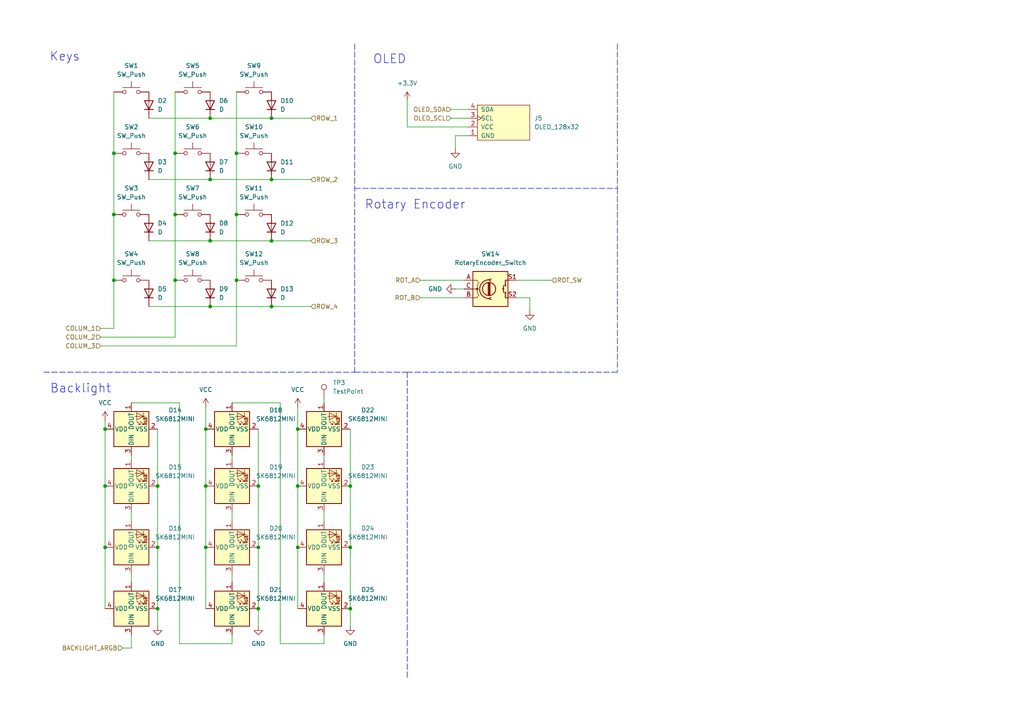
<source format=kicad_sch>
(kicad_sch (version 20231120) (generator "eeschema") (generator_version "8.0")
  (paper "A4")
  (lib_symbols
    (symbol "Connector:TestPoint" (pin_numbers hide) (pin_names (offset 0.762) hide)
      (property "Reference" "TP" (at 0 6.858 0))
      (property "Value" "TestPoint" (at 0 5.08 0))
      (symbol "TestPoint_0_1"
        (circle (center 0 3.302) (radius 0.762))
      )
      (symbol "TestPoint_1_1"
        (pin passive line (at 0 0 90) (length 2.54) (name "1") (number "1"))
      )
    )
    (symbol "Device:D" (pin_numbers hide) (pin_names (offset 1.016) hide)
      (property "Reference" "D" (at 0 2.54 0))
      (property "Value" "D" (at 0 -2.54 0))
      (symbol "D_0_1"
        (polyline (pts (xy -1.27 1.27) (xy -1.27 -1.27)) (stroke (width 0.254)))
        (polyline (pts (xy 1.27 0) (xy -1.27 0)))
        (polyline (pts (xy 1.27 1.27) (xy 1.27 -1.27) (xy -1.27 0) (xy 1.27 1.27)) (stroke (width 0.254)))
      )
      (symbol "D_1_1"
        (pin passive line (at -3.81 0 0) (length 2.54) (name "K") (number "1"))
        (pin passive line (at 3.81 0 180) (length 2.54) (name "A") (number "2"))
      )
    )
    (symbol "Device:RotaryEncoder_Switch" (pin_names (offset 0.254) hide)
      (property "Reference" "SW" (at 0 6.604 0))
      (property "Value" "RotaryEncoder_Switch" (at 0 -6.604 0))
      (symbol "RotaryEncoder_Switch_0_1"
        (rectangle (start -5.08 5.08) (end 5.08 -5.08) (stroke (width 0.254)) (fill (type background)))
        (circle (center -3.81 0) (radius 0.254) (fill (type outline)))
        (circle (center -0.381 0) (radius 1.905) (stroke (width 0.254)))
        (arc (start -0.381 2.667) (mid -3.0988 -0.0635) (end -0.381 -2.794) (stroke (width 0.254)))
        (polyline (pts (xy -0.635 -1.778) (xy -0.635 1.778)) (stroke (width 0.254)))
        (polyline (pts (xy -0.381 -1.778) (xy -0.381 1.778)) (stroke (width 0.254)))
        (polyline (pts (xy -0.127 1.778) (xy -0.127 -1.778)) (stroke (width 0.254)))
        (polyline (pts (xy 3.81 0) (xy 3.429 0)) (stroke (width 0.254)))
        (polyline (pts (xy 3.81 1.016) (xy 3.81 -1.016)) (stroke (width 0.254)))
        (polyline (pts (xy -5.08 -2.54) (xy -3.81 -2.54) (xy -3.81 -2.032)))
        (polyline (pts (xy -5.08 2.54) (xy -3.81 2.54) (xy -3.81 2.032)))
        (polyline (pts (xy 0.254 -3.048) (xy -0.508 -2.794) (xy 0.127 -2.413)) (stroke (width 0.254)))
        (polyline (pts (xy 0.254 2.921) (xy -0.508 2.667) (xy 0.127 2.286)) (stroke (width 0.254)))
        (polyline (pts (xy 5.08 -2.54) (xy 4.318 -2.54) (xy 4.318 -1.016)) (stroke (width 0.254)))
        (polyline (pts (xy 5.08 2.54) (xy 4.318 2.54) (xy 4.318 1.016)) (stroke (width 0.254)))
        (polyline (pts (xy -5.08 0) (xy -3.81 0) (xy -3.81 -1.016) (xy -3.302 -2.032)))
        (polyline (pts (xy -4.318 0) (xy -3.81 0) (xy -3.81 1.016) (xy -3.302 2.032)))
        (circle (center 4.318 -1.016) (radius 0.127) (stroke (width 0.254)))
        (circle (center 4.318 1.016) (radius 0.127) (stroke (width 0.254)))
      )
      (symbol "RotaryEncoder_Switch_1_1"
        (pin passive line (at -7.62 2.54 0) (length 2.54) (name "A") (number "A"))
        (pin passive line (at -7.62 -2.54 0) (length 2.54) (name "B") (number "B"))
        (pin passive line (at -7.62 0 0) (length 2.54) (name "C") (number "C"))
        (pin passive line (at 7.62 2.54 180) (length 2.54) (name "S1") (number "S1"))
        (pin passive line (at 7.62 -2.54 180) (length 2.54) (name "S2") (number "S2"))
      )
    )
    (symbol "LED:SK6812MINI" (pin_names (offset 0.254))
      (property "Reference" "D" (at 5.08 5.715 0))
      (property "Value" "SK6812MINI" (at 1.27 -5.715 0))
      (symbol "SK6812MINI_0_0"
        (text "RGB" (at 2.286 -4.191 0) (effects (font (size 0.762 0.762))))
      )
      (symbol "SK6812MINI_0_1"
        (polyline (pts (xy 1.27 -3.556) (xy 1.778 -3.556)))
        (polyline (pts (xy 1.27 -2.54) (xy 1.778 -2.54)))
        (polyline (pts (xy 4.699 -3.556) (xy 2.667 -3.556)))
        (polyline (pts (xy 2.286 -2.54) (xy 1.27 -3.556) (xy 1.27 -3.048)))
        (polyline (pts (xy 2.286 -1.524) (xy 1.27 -2.54) (xy 1.27 -2.032)))
        (polyline (pts (xy 3.683 -1.016) (xy 3.683 -3.556) (xy 3.683 -4.064)))
        (polyline (pts (xy 4.699 -1.524) (xy 2.667 -1.524) (xy 3.683 -3.556) (xy 4.699 -1.524)))
        (rectangle (start 5.08 5.08) (end -5.08 -5.08) (stroke (width 0.254)) (fill (type background)))
      )
      (symbol "SK6812MINI_1_1"
        (pin output line (at 7.62 0 180) (length 2.54) (name "DOUT") (number "1"))
        (pin power_in line (at 0 -7.62 90) (length 2.54) (name "VSS") (number "2"))
        (pin input line (at -7.62 0 0) (length 2.54) (name "DIN") (number "3"))
        (pin power_in line (at 0 7.62 270) (length 2.54) (name "VDD") (number "4"))
      )
    )
    (symbol "ScottoKeebs:OLED_128x32" (pin_names (offset 1.016))
      (property "Reference" "J" (at 0 -6.35 0))
      (property "Value" "OLED_128x32" (at 0 6.35 0))
      (symbol "OLED_128x32_0_1"
        (rectangle (start 0 5.08) (end 15.24 -5.08) (fill (type background)))
      )
      (symbol "OLED_128x32_1_1"
        (pin power_in line (at -2.54 -3.81 0) (length 2.54) (name "GND") (number "1"))
        (pin power_in line (at -2.54 -1.27 0) (length 2.54) (name "VCC") (number "2"))
        (pin input clock (at -2.54 1.27 0) (length 2.54) (name "SCL") (number "3"))
        (pin bidirectional line (at -2.54 3.81 0) (length 2.54) (name "SDA") (number "4"))
      )
    )
    (symbol "Switch:SW_Push" (pin_numbers hide) (pin_names (offset 1.016) hide)
      (property "Reference" "SW" (at 1.27 2.54 0))
      (property "Value" "SW_Push" (at 0 -1.524 0))
      (symbol "SW_Push_0_1"
        (circle (center -2.032 0) (radius 0.508))
        (polyline (pts (xy 0 1.27) (xy 0 3.048)))
        (polyline (pts (xy 2.54 1.27) (xy -2.54 1.27)))
        (circle (center 2.032 0) (radius 0.508))
        (pin passive line (at -5.08 0 0) (length 2.54) (name "1") (number "1"))
        (pin passive line (at 5.08 0 180) (length 2.54) (name "2") (number "2"))
      )
    )
    (symbol "power:+3.3V" (power) (pin_numbers hide) (pin_names (offset 0) hide)
      (property "Value" "+3.3V" (at 0 3.556 0))
      (symbol "+3.3V_0_1"
        (polyline (pts (xy -0.762 1.27) (xy 0 2.54)))
        (polyline (pts (xy 0 0) (xy 0 2.54)))
        (polyline (pts (xy 0 2.54) (xy 0.762 1.27)))
      )
      (symbol "+3.3V_1_1"
        (pin power_in line (at 0 0 90) (length 0) (name "~") (number "1"))
      )
    )
    (symbol "power:GND" (power) (pin_numbers hide) (pin_names (offset 0) hide)
      (property "Value" "GND" (at 0 -3.81 0))
      (symbol "GND_0_1"
        (polyline (pts (xy 0 0) (xy 0 -1.27) (xy 1.27 -1.27) (xy 0 -2.54) (xy -1.27 -1.27) (xy 0 -1.27)))
      )
      (symbol "GND_1_1"
        (pin power_in line (at 0 0 270) (length 0) (name "~") (number "1"))
      )
    )
    (symbol "power:VCC" (power) (pin_numbers hide) (pin_names (offset 0) hide)
      (property "Value" "VCC" (at 0 3.556 0))
      (symbol "VCC_0_1"
        (polyline (pts (xy -0.762 1.27) (xy 0 2.54)))
        (polyline (pts (xy 0 0) (xy 0 2.54)))
        (polyline (pts (xy 0 2.54) (xy 0.762 1.27)))
      )
      (symbol "VCC_1_1"
        (pin power_in line (at 0 0 90) (length 0) (name "~") (number "1"))
      )
    )
  )
  (junction (at 30.48 124.46))
  (junction (at 50.8 62.23))
  (junction (at 59.69 140.97))
  (junction (at 33.02 44.45))
  (junction (at 68.58 81.28))
  (junction (at 50.8 44.45))
  (junction (at 60.96 52.07))
  (junction (at 86.36 124.46))
  (junction (at 68.58 62.23))
  (junction (at 45.72 158.75))
  (junction (at 60.96 34.29))
  (junction (at 33.02 62.23))
  (junction (at 86.36 158.75))
  (junction (at 74.93 140.97))
  (junction (at 45.72 140.97))
  (junction (at 60.96 69.85))
  (junction (at 60.96 88.9))
  (junction (at 78.74 88.9))
  (junction (at 78.74 69.85))
  (junction (at 30.48 158.75))
  (junction (at 50.8 81.28))
  (junction (at 74.93 158.75))
  (junction (at 45.72 176.53))
  (junction (at 101.6 176.53))
  (junction (at 33.02 81.28))
  (junction (at 86.36 140.97))
  (junction (at 74.93 176.53))
  (junction (at 78.74 52.07))
  (junction (at 30.48 140.97))
  (junction (at 78.74 34.29))
  (junction (at 101.6 158.75))
  (junction (at 101.6 140.97))
  (junction (at 59.69 158.75))
  (junction (at 68.58 44.45))
  (junction (at 59.69 124.46))
  (wire (pts (xy 43.18 34.29) (xy 60.96 34.29)))
  (polyline (pts (xy 118.11 107.95) (xy 118.11 196.85)) (stroke (width 0) (type dash)))
  (wire (pts (xy 33.02 81.28) (xy 33.02 95.25)))
  (wire (pts (xy 132.08 83.82) (xy 134.62 83.82)))
  (wire (pts (xy 33.02 26.67) (xy 33.02 44.45)))
  (wire (pts (xy 93.98 132.08) (xy 93.98 133.35)))
  (wire (pts (xy 50.8 81.28) (xy 50.8 97.79)))
  (wire (pts (xy 93.98 115.57) (xy 93.98 116.84)))
  (wire (pts (xy 130.81 34.29) (xy 135.89 34.29)))
  (wire (pts (xy 45.72 158.75) (xy 45.72 176.53)))
  (wire (pts (xy 74.93 140.97) (xy 74.93 158.75)))
  (wire (pts (xy 29.21 100.33) (xy 68.58 100.33)))
  (wire (pts (xy 30.48 158.75) (xy 30.48 176.53)))
  (wire (pts (xy 130.81 31.75) (xy 135.89 31.75)))
  (wire (pts (xy 68.58 81.28) (xy 68.58 100.33)))
  (wire (pts (xy 86.36 124.46) (xy 86.36 140.97)))
  (wire (pts (xy 68.58 62.23) (xy 68.58 81.28)))
  (wire (pts (xy 52.07 186.69) (xy 67.31 186.69)))
  (wire (pts (xy 59.69 140.97) (xy 59.69 158.75)))
  (wire (pts (xy 68.58 26.67) (xy 68.58 44.45)))
  (wire (pts (xy 67.31 116.84) (xy 81.28 116.84)))
  (wire (pts (xy 33.02 62.23) (xy 33.02 81.28)))
  (wire (pts (xy 78.74 34.29) (xy 90.17 34.29)))
  (wire (pts (xy 78.74 69.85) (xy 90.17 69.85)))
  (wire (pts (xy 43.18 69.85) (xy 60.96 69.85)))
  (wire (pts (xy 50.8 26.67) (xy 50.8 44.45)))
  (wire (pts (xy 74.93 158.75) (xy 74.93 176.53)))
  (wire (pts (xy 33.02 44.45) (xy 33.02 62.23)))
  (wire (pts (xy 149.86 81.28) (xy 160.02 81.28)))
  (wire (pts (xy 60.96 88.9) (xy 78.74 88.9)))
  (wire (pts (xy 135.89 39.37) (xy 132.08 39.37)))
  (wire (pts (xy 45.72 140.97) (xy 45.72 158.75)))
  (wire (pts (xy 35.56 187.96) (xy 38.1 187.96)))
  (wire (pts (xy 68.58 44.45) (xy 68.58 62.23)))
  (wire (pts (xy 86.36 118.11) (xy 86.36 124.46)))
  (wire (pts (xy 38.1 166.37) (xy 38.1 168.91)))
  (wire (pts (xy 59.69 118.11) (xy 59.69 124.46)))
  (wire (pts (xy 43.18 88.9) (xy 60.96 88.9)))
  (wire (pts (xy 67.31 166.37) (xy 67.31 168.91)))
  (wire (pts (xy 38.1 116.84) (xy 52.07 116.84)))
  (wire (pts (xy 74.93 124.46) (xy 74.93 140.97)))
  (wire (pts (xy 60.96 34.29) (xy 78.74 34.29)))
  (wire (pts (xy 38.1 148.59) (xy 38.1 151.13)))
  (wire (pts (xy 118.11 29.21) (xy 118.11 36.83)))
  (wire (pts (xy 29.21 97.79) (xy 50.8 97.79)))
  (wire (pts (xy 52.07 116.84) (xy 52.07 186.69)))
  (wire (pts (xy 67.31 186.69) (xy 67.31 184.15)))
  (wire (pts (xy 78.74 52.07) (xy 90.17 52.07)))
  (wire (pts (xy 81.28 116.84) (xy 81.28 186.69)))
  (wire (pts (xy 132.08 39.37) (xy 132.08 43.18)))
  (wire (pts (xy 101.6 140.97) (xy 101.6 158.75)))
  (wire (pts (xy 30.48 121.92) (xy 30.48 124.46)))
  (wire (pts (xy 38.1 132.08) (xy 38.1 133.35)))
  (wire (pts (xy 60.96 69.85) (xy 78.74 69.85)))
  (wire (pts (xy 101.6 158.75) (xy 101.6 176.53)))
  (wire (pts (xy 93.98 166.37) (xy 93.98 168.91)))
  (polyline (pts (xy 12.7 107.95) (xy 102.87 107.95)) (stroke (width 0) (type dash)))
  (wire (pts (xy 101.6 176.53) (xy 101.6 181.61)))
  (wire (pts (xy 81.28 186.69) (xy 93.98 186.69)))
  (polyline (pts (xy 102.87 107.95) (xy 118.11 107.95)) (stroke (width 0) (type dash)))
  (polyline (pts (xy 179.07 107.95) (xy 118.11 107.95)) (stroke (width 0) (type dash)))
  (wire (pts (xy 149.86 86.36) (xy 153.67 86.36)))
  (wire (pts (xy 50.8 44.45) (xy 50.8 62.23)))
  (wire (pts (xy 74.93 176.53) (xy 74.93 181.61)))
  (wire (pts (xy 78.74 88.9) (xy 90.17 88.9)))
  (wire (pts (xy 67.31 132.08) (xy 67.31 133.35)))
  (wire (pts (xy 101.6 124.46) (xy 101.6 140.97)))
  (wire (pts (xy 60.96 52.07) (xy 78.74 52.07)))
  (wire (pts (xy 43.18 52.07) (xy 60.96 52.07)))
  (wire (pts (xy 38.1 187.96) (xy 38.1 184.15)))
  (wire (pts (xy 121.92 86.36) (xy 134.62 86.36)))
  (wire (pts (xy 45.72 124.46) (xy 45.72 140.97)))
  (wire (pts (xy 93.98 148.59) (xy 93.98 151.13)))
  (wire (pts (xy 30.48 140.97) (xy 30.48 158.75)))
  (wire (pts (xy 121.92 81.28) (xy 134.62 81.28)))
  (polyline (pts (xy 102.87 12.7) (xy 102.87 107.95)) (stroke (width 0) (type dash)))
  (wire (pts (xy 59.69 158.75) (xy 59.69 176.53)))
  (wire (pts (xy 30.48 124.46) (xy 30.48 140.97)))
  (polyline (pts (xy 102.87 54.61) (xy 179.07 54.61)) (stroke (width 0) (type dash)))
  (wire (pts (xy 50.8 62.23) (xy 50.8 81.28)))
  (wire (pts (xy 45.72 176.53) (xy 45.72 181.61)))
  (wire (pts (xy 153.67 86.36) (xy 153.67 90.17)))
  (wire (pts (xy 59.69 124.46) (xy 59.69 140.97)))
  (wire (pts (xy 86.36 158.75) (xy 86.36 176.53)))
  (wire (pts (xy 135.89 36.83) (xy 118.11 36.83)))
  (wire (pts (xy 86.36 140.97) (xy 86.36 158.75)))
  (wire (pts (xy 29.21 95.25) (xy 33.02 95.25)))
  (wire (pts (xy 93.98 186.69) (xy 93.98 184.15)))
  (wire (pts (xy 67.31 148.59) (xy 67.31 151.13)))
  (polyline (pts (xy 179.07 12.7) (xy 179.07 54.61)) (stroke (width 0) (type dash)))
  (polyline (pts (xy 179.07 54.61) (xy 179.07 107.95)) (stroke (width 0) (type dash)))
  (text "Backlight" (at 23.368 112.776 0) (effects (font (size 2.54 2.54))))
  (text "Keys\n" (at 18.796 16.51 0) (effects (font (size 2.54 2.54))))
  (text "OLED\n" (at 113.03 17.272 0) (effects (font (size 2.54 2.54))))
  (text "Rotary Encoder\n" (at 120.396 59.436 0) (effects (font (size 2.54 2.54))))
  (hierarchical_label "ROW_3" (shape input) (at 90.17 69.85 0))
  (hierarchical_label "ROW_2" (shape input) (at 90.17 52.07 0))
  (hierarchical_label "OLED_SCL" (shape input) (at 130.81 34.29 180))
  (hierarchical_label "ROT_B" (shape input) (at 121.92 86.36 180))
  (hierarchical_label "OLED_SDA" (shape input) (at 130.81 31.75 180))
  (hierarchical_label "COLUM_2" (shape input) (at 29.21 97.79 180))
  (hierarchical_label "BACKLIGHT_ARGB" (shape input) (at 35.56 187.96 180))
  (hierarchical_label "ROT_SW" (shape input) (at 160.02 81.28 0))
  (hierarchical_label "COLUM_1" (shape input) (at 29.21 95.25 180))
  (hierarchical_label "ROT_A" (shape input) (at 121.92 81.28 180))
  (hierarchical_label "ROW_4" (shape input) (at 90.17 88.9 0))
  (hierarchical_label "ROW_1" (shape input) (at 90.17 34.29 0))
  (hierarchical_label "COLUM_3" (shape input) (at 29.21 100.33 180))
  (symbol (lib_id "LED:SK6812MINI") (at 67.31 176.53 90) (unit 1)
    (property "Reference" "D21" (at 80.01 171.0338 90))
    (property "Value" "SK6812MINI" (at 80.01 173.5738 90))
    (property "Footprint" "SK6812:SK6812-MINI-E" (effects (hide yes)))
    (property "Datasheet" "https://cdn-shop.adafruit.com/product-files/2686/SK6812MINI_REV.01-1-2.pdf" (effects (hide yes)))
    (property "Description" "RGB LED with integrated controller" (effects (hide yes)))
  )
  (symbol (lib_id "Device:D") (at 43.18 85.09 90) (unit 1)
    (property "Reference" "D5" (at 45.72 83.8199 90) (effects (justify right)))
    (property "Value" "D" (at 45.72 86.3599 90) (effects (justify right)))
    (property "Footprint" "Diode_THT:D_DO-35_SOD27_P7.62mm_Horizontal" (effects (hide yes)))
    (property "Description" "Diode" (effects (hide yes)))
    (property "Sim.Device" "D" (effects (hide yes)))
    (property "Sim.Pins" "1=K 2=A" (effects (hide yes)))
  )
  (symbol (lib_id "power:VCC") (at 59.69 118.11 0) (unit 1)
    (property "Reference" "#PWR025" (effects (hide yes)))
    (property "Value" "VCC" (at 59.69 113.03 0))
    (property "Description" "Power symbol creates a global label with name \"VCC\"" (effects (hide yes)))
  )
  (symbol (lib_id "LED:SK6812MINI") (at 38.1 140.97 90) (unit 1)
    (property "Reference" "D15" (at 50.8 135.4738 90))
    (property "Value" "SK6812MINI" (at 50.8 138.0138 90))
    (property "Footprint" "SK6812:SK6812-MINI-E" (effects (hide yes)))
    (property "Datasheet" "https://cdn-shop.adafruit.com/product-files/2686/SK6812MINI_REV.01-1-2.pdf" (effects (hide yes)))
    (property "Description" "RGB LED with integrated controller" (effects (hide yes)))
  )
  (symbol (lib_id "Device:D") (at 60.96 30.48 90) (unit 1)
    (property "Reference" "D6" (at 63.5 29.2099 90) (effects (justify right)))
    (property "Value" "D" (at 63.5 31.7499 90) (effects (justify right)))
    (property "Footprint" "Diode_THT:D_DO-35_SOD27_P7.62mm_Horizontal" (effects (hide yes)))
    (property "Description" "Diode" (effects (hide yes)))
    (property "Sim.Device" "D" (effects (hide yes)))
    (property "Sim.Pins" "1=K 2=A" (effects (hide yes)))
  )
  (symbol (lib_id "power:GND") (at 101.6 181.61 0) (unit 1)
    (property "Reference" "#PWR028" (effects (hide yes)))
    (property "Value" "GND" (at 101.6 186.69 0))
    (property "Description" "Power symbol creates a global label with name \"GND\" , ground" (effects (hide yes)))
  )
  (symbol (lib_id "ScottoKeebs:OLED_128x32") (at 138.43 35.56 0) (unit 1)
    (property "Reference" "J5" (at 154.94 34.2899 0) (effects (justify left)))
    (property "Value" "OLED_128x32" (at 154.94 36.8299 0) (effects (justify left)))
    (property "Footprint" "ScottoKeebs_Components:OLED_128x32" (effects (hide yes)))
  )
  (symbol (lib_id "power:GND") (at 45.72 181.61 0) (unit 1)
    (property "Reference" "#PWR023" (effects (hide yes)))
    (property "Value" "GND" (at 45.72 186.69 0))
    (property "Description" "Power symbol creates a global label with name \"GND\" , ground" (effects (hide yes)))
  )
  (symbol (lib_id "Device:D") (at 78.74 85.09 90) (unit 1)
    (property "Reference" "D13" (at 81.28 83.8199 90) (effects (justify right)))
    (property "Value" "D" (at 81.28 86.3599 90) (effects (justify right)))
    (property "Footprint" "Diode_THT:D_DO-35_SOD27_P7.62mm_Horizontal" (effects (hide yes)))
    (property "Description" "Diode" (effects (hide yes)))
    (property "Sim.Device" "D" (effects (hide yes)))
    (property "Sim.Pins" "1=K 2=A" (effects (hide yes)))
  )
  (symbol (lib_id "Device:D") (at 78.74 66.04 90) (unit 1)
    (property "Reference" "D12" (at 81.28 64.7699 90) (effects (justify right)))
    (property "Value" "D" (at 81.28 67.3099 90) (effects (justify right)))
    (property "Footprint" "Diode_THT:D_DO-35_SOD27_P7.62mm_Horizontal" (effects (hide yes)))
    (property "Description" "Diode" (effects (hide yes)))
    (property "Sim.Device" "D" (effects (hide yes)))
    (property "Sim.Pins" "1=K 2=A" (effects (hide yes)))
  )
  (symbol (lib_id "LED:SK6812MINI") (at 93.98 140.97 90) (unit 1)
    (property "Reference" "D23" (at 106.68 135.4738 90))
    (property "Value" "SK6812MINI" (at 106.68 138.0138 90))
    (property "Footprint" "SK6812:SK6812-MINI-E" (effects (hide yes)))
    (property "Datasheet" "https://cdn-shop.adafruit.com/product-files/2686/SK6812MINI_REV.01-1-2.pdf" (effects (hide yes)))
    (property "Description" "RGB LED with integrated controller" (effects (hide yes)))
  )
  (symbol (lib_id "Device:D") (at 60.96 66.04 90) (unit 1)
    (property "Reference" "D8" (at 63.5 64.7699 90) (effects (justify right)))
    (property "Value" "D" (at 63.5 67.3099 90) (effects (justify right)))
    (property "Footprint" "Diode_THT:D_DO-35_SOD27_P7.62mm_Horizontal" (effects (hide yes)))
    (property "Description" "Diode" (effects (hide yes)))
    (property "Sim.Device" "D" (effects (hide yes)))
    (property "Sim.Pins" "1=K 2=A" (effects (hide yes)))
  )
  (symbol (lib_id "power:GND") (at 74.93 181.61 0) (unit 1)
    (property "Reference" "#PWR026" (effects (hide yes)))
    (property "Value" "GND" (at 74.93 186.69 0))
    (property "Description" "Power symbol creates a global label with name \"GND\" , ground" (effects (hide yes)))
  )
  (symbol (lib_id "power:GND") (at 132.08 43.18 0) (unit 1)
    (property "Reference" "#PWR029" (effects (hide yes)))
    (property "Value" "GND" (at 132.08 48.26 0))
    (property "Description" "Power symbol creates a global label with name \"GND\" , ground" (effects (hide yes)))
  )
  (symbol (lib_id "Switch:SW_Push") (at 73.66 44.45 0) (unit 1)
    (property "Reference" "SW10" (at 73.66 36.83 0))
    (property "Value" "SW_Push" (at 73.66 39.37 0))
    (property "Footprint" "Button_Switch_Keyboard:SW_Cherry_MX_1.00u_PCB" (effects (hide yes)))
    (property "Description" "Push button switch, generic, two pins" (effects (hide yes)))
  )
  (symbol (lib_id "Switch:SW_Push") (at 38.1 44.45 0) (unit 1)
    (property "Reference" "SW2" (at 38.1 36.83 0))
    (property "Value" "SW_Push" (at 38.1 39.37 0))
    (property "Footprint" "Button_Switch_Keyboard:SW_Cherry_MX_1.00u_PCB" (effects (hide yes)))
    (property "Description" "Push button switch, generic, two pins" (effects (hide yes)))
  )
  (symbol (lib_id "LED:SK6812MINI") (at 38.1 124.46 90) (unit 1)
    (property "Reference" "D14" (at 50.8 118.9638 90))
    (property "Value" "SK6812MINI" (at 50.8 121.5038 90))
    (property "Footprint" "SK6812:SK6812-MINI-E" (effects (hide yes)))
    (property "Datasheet" "https://cdn-shop.adafruit.com/product-files/2686/SK6812MINI_REV.01-1-2.pdf" (effects (hide yes)))
    (property "Description" "RGB LED with integrated controller" (effects (hide yes)))
  )
  (symbol (lib_id "LED:SK6812MINI") (at 38.1 176.53 90) (unit 1)
    (property "Reference" "D17" (at 50.8 171.0338 90))
    (property "Value" "SK6812MINI" (at 50.8 173.5738 90))
    (property "Footprint" "SK6812:SK6812-MINI-E" (effects (hide yes)))
    (property "Datasheet" "https://cdn-shop.adafruit.com/product-files/2686/SK6812MINI_REV.01-1-2.pdf" (effects (hide yes)))
    (property "Description" "RGB LED with integrated controller" (effects (hide yes)))
  )
  (symbol (lib_id "power:GND") (at 132.08 83.82 270) (unit 1)
    (property "Reference" "#PWR032" (effects (hide yes)))
    (property "Value" "GND" (at 128.27 83.8199 90) (effects (justify right)))
    (property "Description" "Power symbol creates a global label with name \"GND\" , ground" (effects (hide yes)))
  )
  (symbol (lib_id "power:+3.3V") (at 118.11 29.21 0) (unit 1)
    (property "Reference" "#PWR030" (effects (hide yes)))
    (property "Value" "+3.3V" (at 118.11 24.13 0))
    (property "Description" "Power symbol creates a global label with name \"+3.3V\"" (effects (hide yes)))
  )
  (symbol (lib_id "LED:SK6812MINI") (at 67.31 124.46 90) (unit 1)
    (property "Reference" "D18" (at 80.01 118.9638 90))
    (property "Value" "SK6812MINI" (at 80.01 121.5038 90))
    (property "Footprint" "SK6812:SK6812-MINI-E" (effects (hide yes)))
    (property "Datasheet" "https://cdn-shop.adafruit.com/product-files/2686/SK6812MINI_REV.01-1-2.pdf" (effects (hide yes)))
    (property "Description" "RGB LED with integrated controller" (effects (hide yes)))
  )
  (symbol (lib_id "Device:D") (at 60.96 48.26 90) (unit 1)
    (property "Reference" "D7" (at 63.5 46.9899 90) (effects (justify right)))
    (property "Value" "D" (at 63.5 49.5299 90) (effects (justify right)))
    (property "Footprint" "Diode_THT:D_DO-35_SOD27_P7.62mm_Horizontal" (effects (hide yes)))
    (property "Description" "Diode" (effects (hide yes)))
    (property "Sim.Device" "D" (effects (hide yes)))
    (property "Sim.Pins" "1=K 2=A" (effects (hide yes)))
  )
  (symbol (lib_id "Device:D") (at 43.18 30.48 90) (unit 1)
    (property "Reference" "D2" (at 45.72 29.2099 90) (effects (justify right)))
    (property "Value" "D" (at 45.72 31.7499 90) (effects (justify right)))
    (property "Footprint" "Diode_THT:D_DO-35_SOD27_P7.62mm_Horizontal" (effects (hide yes)))
    (property "Description" "Diode" (effects (hide yes)))
    (property "Sim.Device" "D" (effects (hide yes)))
    (property "Sim.Pins" "1=K 2=A" (effects (hide yes)))
  )
  (symbol (lib_id "power:GND") (at 153.67 90.17 0) (unit 1)
    (property "Reference" "#PWR031" (effects (hide yes)))
    (property "Value" "GND" (at 153.67 95.25 0))
    (property "Description" "Power symbol creates a global label with name \"GND\" , ground" (effects (hide yes)))
  )
  (symbol (lib_id "Switch:SW_Push") (at 55.88 26.67 0) (unit 1)
    (property "Reference" "SW5" (at 55.88 19.05 0))
    (property "Value" "SW_Push" (at 55.88 21.59 0))
    (property "Footprint" "Button_Switch_Keyboard:SW_Cherry_MX_1.00u_PCB" (effects (hide yes)))
    (property "Description" "Push button switch, generic, two pins" (effects (hide yes)))
  )
  (symbol (lib_id "power:VCC") (at 86.36 118.11 0) (unit 1)
    (property "Reference" "#PWR027" (effects (hide yes)))
    (property "Value" "VCC" (at 86.36 113.03 0))
    (property "Description" "Power symbol creates a global label with name \"VCC\"" (effects (hide yes)))
  )
  (symbol (lib_id "power:VCC") (at 30.48 121.92 0) (unit 1)
    (property "Reference" "#PWR024" (effects (hide yes)))
    (property "Value" "VCC" (at 30.48 116.84 0))
    (property "Description" "Power symbol creates a global label with name \"VCC\"" (effects (hide yes)))
  )
  (symbol (lib_id "LED:SK6812MINI") (at 67.31 158.75 90) (unit 1)
    (property "Reference" "D20" (at 80.01 153.2538 90))
    (property "Value" "SK6812MINI" (at 80.01 155.7938 90))
    (property "Footprint" "SK6812:SK6812-MINI-E" (effects (hide yes)))
    (property "Datasheet" "https://cdn-shop.adafruit.com/product-files/2686/SK6812MINI_REV.01-1-2.pdf" (effects (hide yes)))
    (property "Description" "RGB LED with integrated controller" (effects (hide yes)))
  )
  (symbol (lib_id "Switch:SW_Push") (at 55.88 81.28 0) (unit 1)
    (property "Reference" "SW8" (at 55.88 73.66 0))
    (property "Value" "SW_Push" (at 55.88 76.2 0))
    (property "Footprint" "Button_Switch_Keyboard:SW_Cherry_MX_1.00u_PCB" (effects (hide yes)))
    (property "Description" "Push button switch, generic, two pins" (effects (hide yes)))
  )
  (symbol (lib_id "Device:D") (at 60.96 85.09 90) (unit 1)
    (property "Reference" "D9" (at 63.5 83.8199 90) (effects (justify right)))
    (property "Value" "D" (at 63.5 86.3599 90) (effects (justify right)))
    (property "Footprint" "Diode_THT:D_DO-35_SOD27_P7.62mm_Horizontal" (effects (hide yes)))
    (property "Description" "Diode" (effects (hide yes)))
    (property "Sim.Device" "D" (effects (hide yes)))
    (property "Sim.Pins" "1=K 2=A" (effects (hide yes)))
  )
  (symbol (lib_id "Switch:SW_Push") (at 55.88 44.45 0) (unit 1)
    (property "Reference" "SW6" (at 55.88 36.83 0))
    (property "Value" "SW_Push" (at 55.88 39.37 0))
    (property "Footprint" "Button_Switch_Keyboard:SW_Cherry_MX_1.00u_PCB" (effects (hide yes)))
    (property "Description" "Push button switch, generic, two pins" (effects (hide yes)))
  )
  (symbol (lib_id "Switch:SW_Push") (at 38.1 26.67 0) (unit 1)
    (property "Reference" "SW1" (at 38.1 19.05 0))
    (property "Value" "SW_Push" (at 38.1 21.59 0))
    (property "Footprint" "Button_Switch_Keyboard:SW_Cherry_MX_1.00u_PCB" (effects (hide yes)))
    (property "Description" "Push button switch, generic, two pins" (effects (hide yes)))
  )
  (symbol (lib_id "Device:D") (at 43.18 48.26 90) (unit 1)
    (property "Reference" "D3" (at 45.72 46.9899 90) (effects (justify right)))
    (property "Value" "D" (at 45.72 49.5299 90) (effects (justify right)))
    (property "Footprint" "Diode_THT:D_DO-35_SOD27_P7.62mm_Horizontal" (effects (hide yes)))
    (property "Description" "Diode" (effects (hide yes)))
    (property "Sim.Device" "D" (effects (hide yes)))
    (property "Sim.Pins" "1=K 2=A" (effects (hide yes)))
  )
  (symbol (lib_id "LED:SK6812MINI") (at 93.98 124.46 90) (unit 1)
    (property "Reference" "D22" (at 106.68 118.9638 90))
    (property "Value" "SK6812MINI" (at 106.68 121.5038 90))
    (property "Footprint" "SK6812:SK6812-MINI-E" (effects (hide yes)))
    (property "Datasheet" "https://cdn-shop.adafruit.com/product-files/2686/SK6812MINI_REV.01-1-2.pdf" (effects (hide yes)))
    (property "Description" "RGB LED with integrated controller" (effects (hide yes)))
  )
  (symbol (lib_id "Device:D") (at 43.18 66.04 90) (unit 1)
    (property "Reference" "D4" (at 45.72 64.7699 90) (effects (justify right)))
    (property "Value" "D" (at 45.72 67.3099 90) (effects (justify right)))
    (property "Footprint" "Diode_THT:D_DO-35_SOD27_P7.62mm_Horizontal" (effects (hide yes)))
    (property "Description" "Diode" (effects (hide yes)))
    (property "Sim.Device" "D" (effects (hide yes)))
    (property "Sim.Pins" "1=K 2=A" (effects (hide yes)))
  )
  (symbol (lib_id "Switch:SW_Push") (at 73.66 81.28 0) (unit 1)
    (property "Reference" "SW12" (at 73.66 73.66 0))
    (property "Value" "SW_Push" (at 73.66 76.2 0))
    (property "Footprint" "Button_Switch_Keyboard:SW_Cherry_MX_1.00u_PCB" (effects (hide yes)))
    (property "Description" "Push button switch, generic, two pins" (effects (hide yes)))
  )
  (symbol (lib_id "Device:RotaryEncoder_Switch") (at 142.24 83.82 0) (unit 1)
    (property "Reference" "SW14" (at 142.24 73.66 0))
    (property "Value" "RotaryEncoder_Switch" (at 142.24 76.2 0))
    (property "Footprint" "Rotary_Encoder:RotaryEncoder_Alps_EC11E-Switch_Vertical_H20mm_CircularMountingHoles" (effects (hide yes)))
    (property "Description" "Rotary encoder, dual channel, incremental quadrate outputs, with switch" (effects (hide yes)))
  )
  (symbol (lib_id "Device:D") (at 78.74 48.26 90) (unit 1)
    (property "Reference" "D11" (at 81.28 46.9899 90) (effects (justify right)))
    (property "Value" "D" (at 81.28 49.5299 90) (effects (justify right)))
    (property "Footprint" "Diode_THT:D_DO-35_SOD27_P7.62mm_Horizontal" (effects (hide yes)))
    (property "Description" "Diode" (effects (hide yes)))
    (property "Sim.Device" "D" (effects (hide yes)))
    (property "Sim.Pins" "1=K 2=A" (effects (hide yes)))
  )
  (symbol (lib_id "LED:SK6812MINI") (at 93.98 176.53 90) (unit 1)
    (property "Reference" "D25" (at 106.68 171.0338 90))
    (property "Value" "SK6812MINI" (at 106.68 173.5738 90))
    (property "Footprint" "SK6812:SK6812-MINI-E" (effects (hide yes)))
    (property "Datasheet" "https://cdn-shop.adafruit.com/product-files/2686/SK6812MINI_REV.01-1-2.pdf" (effects (hide yes)))
    (property "Description" "RGB LED with integrated controller" (effects (hide yes)))
  )
  (symbol (lib_id "LED:SK6812MINI") (at 38.1 158.75 90) (unit 1)
    (property "Reference" "D16" (at 50.8 153.2538 90))
    (property "Value" "SK6812MINI" (at 50.8 155.7938 90))
    (property "Footprint" "SK6812:SK6812-MINI-E" (effects (hide yes)))
    (property "Datasheet" "https://cdn-shop.adafruit.com/product-files/2686/SK6812MINI_REV.01-1-2.pdf" (effects (hide yes)))
    (property "Description" "RGB LED with integrated controller" (effects (hide yes)))
  )
  (symbol (lib_id "LED:SK6812MINI") (at 93.98 158.75 90) (unit 1)
    (property "Reference" "D24" (at 106.68 153.2538 90))
    (property "Value" "SK6812MINI" (at 106.68 155.7938 90))
    (property "Footprint" "SK6812:SK6812-MINI-E" (effects (hide yes)))
    (property "Datasheet" "https://cdn-shop.adafruit.com/product-files/2686/SK6812MINI_REV.01-1-2.pdf" (effects (hide yes)))
    (property "Description" "RGB LED with integrated controller" (effects (hide yes)))
  )
  (symbol (lib_id "Switch:SW_Push") (at 38.1 62.23 0) (unit 1)
    (property "Reference" "SW3" (at 38.1 54.61 0))
    (property "Value" "SW_Push" (at 38.1 57.15 0))
    (property "Footprint" "Button_Switch_Keyboard:SW_Cherry_MX_1.00u_PCB" (effects (hide yes)))
    (property "Description" "Push button switch, generic, two pins" (effects (hide yes)))
  )
  (symbol (lib_id "Switch:SW_Push") (at 55.88 62.23 0) (unit 1)
    (property "Reference" "SW7" (at 55.88 54.61 0))
    (property "Value" "SW_Push" (at 55.88 57.15 0))
    (property "Footprint" "Button_Switch_Keyboard:SW_Cherry_MX_1.00u_PCB" (effects (hide yes)))
    (property "Description" "Push button switch, generic, two pins" (effects (hide yes)))
  )
  (symbol (lib_id "Switch:SW_Push") (at 38.1 81.28 0) (unit 1)
    (property "Reference" "SW4" (at 38.1 73.66 0))
    (property "Value" "SW_Push" (at 38.1 76.2 0))
    (property "Footprint" "Button_Switch_Keyboard:SW_Cherry_MX_1.00u_PCB" (effects (hide yes)))
    (property "Description" "Push button switch, generic, two pins" (effects (hide yes)))
  )
  (symbol (lib_id "Device:D") (at 78.74 30.48 90) (unit 1)
    (property "Reference" "D10" (at 81.28 29.2099 90) (effects (justify right)))
    (property "Value" "D" (at 81.28 31.7499 90) (effects (justify right)))
    (property "Footprint" "Diode_THT:D_DO-35_SOD27_P7.62mm_Horizontal" (effects (hide yes)))
    (property "Description" "Diode" (effects (hide yes)))
    (property "Sim.Device" "D" (effects (hide yes)))
    (property "Sim.Pins" "1=K 2=A" (effects (hide yes)))
  )
  (symbol (lib_id "Connector:TestPoint") (at 93.98 115.57 0) (unit 1)
    (property "Reference" "TP3" (at 96.52 110.9979 0) (effects (justify left)))
    (property "Value" "TestPoint" (at 96.52 113.5379 0) (effects (justify left)))
    (property "Footprint" "TestPoint:TestPoint_Pad_D1.5mm" (effects (hide yes)))
    (property "Description" "test point" (effects (hide yes)))
  )
  (symbol (lib_id "Switch:SW_Push") (at 73.66 62.23 0) (unit 1)
    (property "Reference" "SW11" (at 73.66 54.61 0))
    (property "Value" "SW_Push" (at 73.66 57.15 0))
    (property "Footprint" "Button_Switch_Keyboard:SW_Cherry_MX_1.00u_PCB" (effects (hide yes)))
    (property "Description" "Push button switch, generic, two pins" (effects (hide yes)))
  )
  (symbol (lib_id "LED:SK6812MINI") (at 67.31 140.97 90) (unit 1)
    (property "Reference" "D19" (at 80.01 135.4738 90))
    (property "Value" "SK6812MINI" (at 80.01 138.0138 90))
    (property "Footprint" "SK6812:SK6812-MINI-E" (effects (hide yes)))
    (property "Datasheet" "https://cdn-shop.adafruit.com/product-files/2686/SK6812MINI_REV.01-1-2.pdf" (effects (hide yes)))
    (property "Description" "RGB LED with integrated controller" (effects (hide yes)))
  )
  (symbol (lib_id "Switch:SW_Push") (at 73.66 26.67 0) (unit 1)
    (property "Reference" "SW9" (at 73.66 19.05 0))
    (property "Value" "SW_Push" (at 73.66 21.59 0))
    (property "Footprint" "Button_Switch_Keyboard:SW_Cherry_MX_1.00u_PCB" (effects (hide yes)))
    (property "Description" "Push button switch, generic, two pins" (effects (hide yes)))
  )
)
</source>
